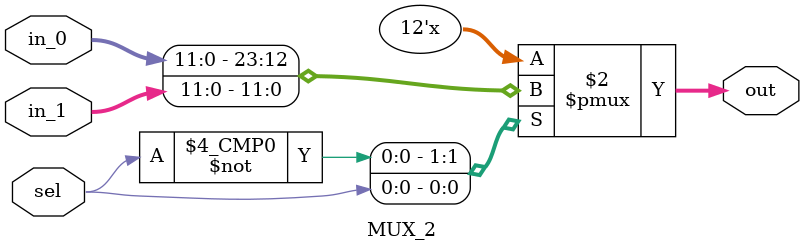
<source format=v>
module MUX_2 #(
    parameter WIDTH = 12
)(
    input  wire signed [WIDTH-1:0] in_0,
    input  wire signed [WIDTH-1:0] in_1,
    input  wire                    sel,
    output reg  signed [WIDTH-1:0] out
);

    always @(*) begin
        case (sel)
            1'b0:    out = in_0;
            1'b1:    out = in_1;
            default: out = {WIDTH{1'b0}};
        endcase
    end

endmodule

</source>
